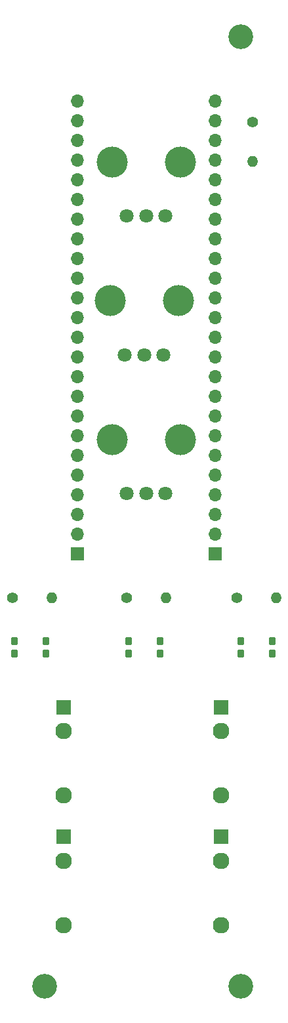
<source format=gbr>
%TF.GenerationSoftware,KiCad,Pcbnew,(5.99.0-9637-g1c773bc137)*%
%TF.CreationDate,2021-03-08T11:41:17+01:00*%
%TF.ProjectId,europa,6575726f-7061-42e6-9b69-6361645f7063,rev?*%
%TF.SameCoordinates,Original*%
%TF.FileFunction,Soldermask,Top*%
%TF.FilePolarity,Negative*%
%FSLAX46Y46*%
G04 Gerber Fmt 4.6, Leading zero omitted, Abs format (unit mm)*
G04 Created by KiCad (PCBNEW (5.99.0-9637-g1c773bc137)) date 2021-03-08 11:41:17*
%MOMM*%
%LPD*%
G01*
G04 APERTURE LIST*
G04 Aperture macros list*
%AMRoundRect*
0 Rectangle with rounded corners*
0 $1 Rounding radius*
0 $2 $3 $4 $5 $6 $7 $8 $9 X,Y pos of 4 corners*
0 Add a 4 corners polygon primitive as box body*
4,1,4,$2,$3,$4,$5,$6,$7,$8,$9,$2,$3,0*
0 Add four circle primitives for the rounded corners*
1,1,$1+$1,$2,$3*
1,1,$1+$1,$4,$5*
1,1,$1+$1,$6,$7*
1,1,$1+$1,$8,$9*
0 Add four rect primitives between the rounded corners*
20,1,$1+$1,$2,$3,$4,$5,0*
20,1,$1+$1,$4,$5,$6,$7,0*
20,1,$1+$1,$6,$7,$8,$9,0*
20,1,$1+$1,$8,$9,$2,$3,0*%
G04 Aperture macros list end*
%ADD10C,3.200000*%
%ADD11RoundRect,0.225000X-0.225000X-0.275000X0.225000X-0.275000X0.225000X0.275000X-0.225000X0.275000X0*%
%ADD12C,4.000000*%
%ADD13C,1.800000*%
%ADD14R,1.930000X1.830000*%
%ADD15C,2.130000*%
%ADD16C,1.400000*%
%ADD17O,1.400000X1.400000*%
%ADD18R,1.700000X1.700000*%
%ADD19O,1.700000X1.700000*%
G04 APERTURE END LIST*
D10*
%TO.C,REF\u002A\u002A*%
X114334000Y-22582000D03*
X114334000Y-145082000D03*
X89034000Y-145082000D03*
%TD*%
D11*
%TO.C,PING1*%
X103904000Y-100546000D03*
X99804000Y-100546000D03*
X103904000Y-102146000D03*
X99804000Y-102146000D03*
%TD*%
%TO.C,THWART1*%
X89172000Y-100546000D03*
X85072000Y-100546000D03*
X89172000Y-102146000D03*
X85072000Y-102146000D03*
%TD*%
D12*
%TO.C,TARGET1*%
X97454000Y-56610600D03*
X106254000Y-56610600D03*
D13*
X104354000Y-63610600D03*
X101854000Y-63610600D03*
X99354000Y-63610600D03*
%TD*%
D14*
%TO.C,J4*%
X111760000Y-109082800D03*
D15*
X111760000Y-120482800D03*
X111760000Y-112182800D03*
%TD*%
D12*
%TO.C,SWING1*%
X106508000Y-74517600D03*
X97708000Y-74517600D03*
D13*
X104608000Y-81517600D03*
X102108000Y-81517600D03*
X99608000Y-81517600D03*
%TD*%
D12*
%TO.C,BALL1*%
X106508000Y-38703600D03*
X97708000Y-38703600D03*
D13*
X104608000Y-45703600D03*
X102108000Y-45703600D03*
X99608000Y-45703600D03*
%TD*%
D14*
%TO.C,J6*%
X111760000Y-125780800D03*
D15*
X111760000Y-137180800D03*
X111760000Y-128880800D03*
%TD*%
D16*
%TO.C,R4*%
X113792000Y-94996000D03*
D17*
X118872000Y-94996000D03*
%TD*%
D16*
%TO.C,R1*%
X115824000Y-33557600D03*
D17*
X115824000Y-38637600D03*
%TD*%
D14*
%TO.C,J3*%
X91440000Y-109082800D03*
D15*
X91440000Y-120482800D03*
X91440000Y-112182800D03*
%TD*%
D16*
%TO.C,R3*%
X99568000Y-94996000D03*
D17*
X104648000Y-94996000D03*
%TD*%
D16*
%TO.C,R2*%
X84836000Y-94996000D03*
D17*
X89916000Y-94996000D03*
%TD*%
D18*
%TO.C,J1*%
X111000000Y-89255600D03*
D19*
X111000000Y-86715600D03*
X111000000Y-84175600D03*
X111000000Y-81635600D03*
X111000000Y-79095600D03*
X111000000Y-76555600D03*
X111000000Y-74015600D03*
X111000000Y-71475600D03*
X111000000Y-68935600D03*
X111000000Y-66395600D03*
X111000000Y-63855600D03*
X111000000Y-61315600D03*
X111000000Y-58775600D03*
X111000000Y-56235600D03*
X111000000Y-53695600D03*
X111000000Y-51155600D03*
X111000000Y-48615600D03*
X111000000Y-46075600D03*
X111000000Y-43535600D03*
X111000000Y-40995600D03*
X111000000Y-38455600D03*
X111000000Y-35915600D03*
X111000000Y-33375600D03*
X111000000Y-30835600D03*
%TD*%
D14*
%TO.C,J5*%
X91440000Y-125780800D03*
D15*
X91440000Y-137180800D03*
X91440000Y-128880800D03*
%TD*%
D11*
%TO.C,OBSTAIN1*%
X114282000Y-100546000D03*
X118382000Y-100546000D03*
X118382000Y-102146000D03*
X114282000Y-102146000D03*
%TD*%
D18*
%TO.C,J2*%
X93220000Y-89255600D03*
D19*
X93220000Y-86715600D03*
X93220000Y-84175600D03*
X93220000Y-81635600D03*
X93220000Y-79095600D03*
X93220000Y-76555600D03*
X93220000Y-74015600D03*
X93220000Y-71475600D03*
X93220000Y-68935600D03*
X93220000Y-66395600D03*
X93220000Y-63855600D03*
X93220000Y-61315600D03*
X93220000Y-58775600D03*
X93220000Y-56235600D03*
X93220000Y-53695600D03*
X93220000Y-51155600D03*
X93220000Y-48615600D03*
X93220000Y-46075600D03*
X93220000Y-43535600D03*
X93220000Y-40995600D03*
X93220000Y-38455600D03*
X93220000Y-35915600D03*
X93220000Y-33375600D03*
X93220000Y-30835600D03*
%TD*%
M02*

</source>
